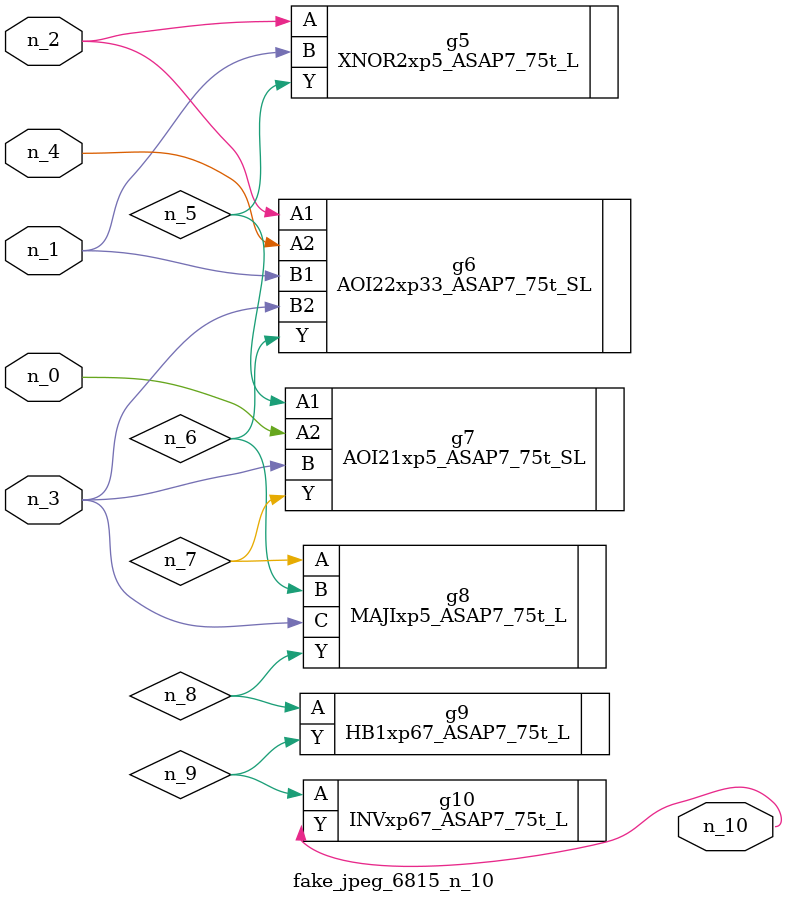
<source format=v>
module fake_jpeg_6815_n_10 (n_3, n_2, n_1, n_0, n_4, n_10);

input n_3;
input n_2;
input n_1;
input n_0;
input n_4;

output n_10;

wire n_8;
wire n_9;
wire n_6;
wire n_5;
wire n_7;

XNOR2xp5_ASAP7_75t_L g5 ( 
.A(n_2),
.B(n_1),
.Y(n_5)
);

AOI22xp33_ASAP7_75t_SL g6 ( 
.A1(n_2),
.A2(n_4),
.B1(n_1),
.B2(n_3),
.Y(n_6)
);

AOI21xp5_ASAP7_75t_SL g7 ( 
.A1(n_5),
.A2(n_0),
.B(n_3),
.Y(n_7)
);

MAJIxp5_ASAP7_75t_L g8 ( 
.A(n_7),
.B(n_6),
.C(n_3),
.Y(n_8)
);

HB1xp67_ASAP7_75t_L g9 ( 
.A(n_8),
.Y(n_9)
);

INVxp67_ASAP7_75t_L g10 ( 
.A(n_9),
.Y(n_10)
);


endmodule
</source>
